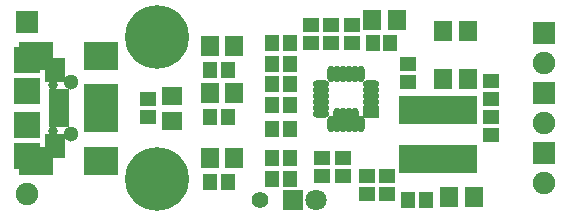
<source format=gts>
G04 #@! TF.GenerationSoftware,KiCad,Pcbnew,(5.0.0-rc2-dev-596-gcfd2f1d00)*
G04 #@! TF.CreationDate,2018-08-25T14:54:55+02:00*
G04 #@! TF.ProjectId,MP2637,4D50323633372E6B696361645F706362,rev?*
G04 #@! TF.SameCoordinates,Original*
G04 #@! TF.FileFunction,Soldermask,Top*
G04 #@! TF.FilePolarity,Negative*
%FSLAX45Y45*%
G04 Gerber Fmt 4.5, Leading zero omitted, Abs format (unit mm)*
G04 Created by KiCad (PCBNEW (5.0.0-rc2-dev-596-gcfd2f1d00)) date 08/25/18 14:54:55*
%MOMM*%
%LPD*%
G01*
G04 APERTURE LIST*
%ADD10C,1.300000*%
%ADD11R,2.900000X2.400000*%
%ADD12R,2.900000X0.900000*%
%ADD13C,0.800000*%
%ADD14R,1.800000X2.000000*%
%ADD15R,2.300000X2.300000*%
%ADD16R,1.750000X0.800000*%
%ADD17R,1.416000X1.289000*%
%ADD18C,1.900000*%
%ADD19R,1.800000X1.500000*%
%ADD20R,1.400000X1.300000*%
%ADD21R,1.300000X1.400000*%
%ADD22R,1.500000X1.800000*%
%ADD23O,0.650000X2.100000*%
%ADD24O,0.650000X1.400000*%
%ADD25O,1.400000X0.650000*%
%ADD26R,1.400000X0.650000*%
%ADD27C,5.400000*%
%ADD28R,6.700000X2.400000*%
%ADD29R,1.900000X1.900000*%
%ADD30R,1.800000X1.800000*%
%ADD31C,1.800000*%
%ADD32C,1.400000*%
G04 APERTURE END LIST*
D10*
X10525000Y-6095000D03*
D11*
X10225000Y-5430000D03*
X10225000Y-6320000D03*
X10775000Y-5430000D03*
X10775000Y-6320000D03*
D12*
X10775000Y-5715000D03*
X10775000Y-5795000D03*
X10775000Y-5875000D03*
X10775000Y-5955000D03*
X10775000Y-6035000D03*
D10*
X10525000Y-5655000D03*
D13*
X10365000Y-5680000D03*
D14*
X10385000Y-5555000D03*
X10385000Y-6195000D03*
D15*
X10150000Y-5470000D03*
X10150000Y-5730000D03*
X10150000Y-6020000D03*
X10150000Y-6280000D03*
D16*
X10419000Y-5745000D03*
X10419000Y-5810000D03*
X10419000Y-5875000D03*
X10419000Y-5940000D03*
X10419000Y-6005000D03*
D13*
X10365000Y-6070000D03*
D17*
X11175000Y-5951200D03*
X11175000Y-5798800D03*
D18*
X10150000Y-6600000D03*
D19*
X11375000Y-5980000D03*
X11375000Y-5770000D03*
D20*
X12650000Y-6300000D03*
X12650000Y-6450000D03*
D21*
X12375000Y-5850000D03*
X12225000Y-5850000D03*
X13525000Y-6650000D03*
X13375000Y-6650000D03*
D20*
X12550000Y-5325000D03*
X12550000Y-5175000D03*
X12825000Y-6300000D03*
X12825000Y-6450000D03*
D22*
X13720000Y-6625000D03*
X13930000Y-6625000D03*
D23*
X12875000Y-5975000D03*
X12925000Y-5975000D03*
D24*
X12975000Y-6010000D03*
D23*
X12825000Y-5975000D03*
X12775000Y-5975000D03*
D24*
X12725000Y-6010000D03*
D25*
X12640000Y-5775000D03*
X12640000Y-5825000D03*
X12640000Y-5875000D03*
X12640000Y-5925000D03*
X12640000Y-5725000D03*
X12640000Y-5675000D03*
D24*
X12725000Y-5590000D03*
X12775000Y-5590000D03*
X12825000Y-5590000D03*
D25*
X13060000Y-5675000D03*
X13060000Y-5725000D03*
D26*
X13060000Y-5925000D03*
D25*
X13060000Y-5875000D03*
X13060000Y-5825000D03*
X13060000Y-5775000D03*
D24*
X12975000Y-5590000D03*
X12925000Y-5590000D03*
X12875000Y-5590000D03*
D22*
X11695000Y-5350000D03*
X11905000Y-5350000D03*
X11695000Y-5750000D03*
X11905000Y-5750000D03*
X11695000Y-6300000D03*
X11905000Y-6300000D03*
D27*
X11250000Y-5275000D03*
X11250000Y-6475000D03*
D28*
X13625000Y-6307500D03*
X13625000Y-5892500D03*
D21*
X12225000Y-6300000D03*
X12375000Y-6300000D03*
X12222700Y-6048390D03*
X12372700Y-6048390D03*
X12225000Y-6475000D03*
X12375000Y-6475000D03*
D20*
X12725000Y-5175000D03*
X12725000Y-5325000D03*
X12900000Y-5325000D03*
X12900000Y-5175000D03*
D21*
X12225000Y-5500000D03*
X12375000Y-5500000D03*
X12375000Y-5325000D03*
X12225000Y-5325000D03*
X12375000Y-5675000D03*
X12225000Y-5675000D03*
D20*
X14075000Y-6100000D03*
X14075000Y-5950000D03*
X14076600Y-5793780D03*
X14076600Y-5643780D03*
D21*
X11850000Y-5550000D03*
X11700000Y-5550000D03*
X11850000Y-5950000D03*
X11700000Y-5950000D03*
X11850000Y-6500000D03*
X11700000Y-6500000D03*
D20*
X13200000Y-6450000D03*
X13200000Y-6600000D03*
X13025000Y-6450000D03*
X13025000Y-6600000D03*
D21*
X13075000Y-5325000D03*
X13225000Y-5325000D03*
D22*
X13880000Y-5625000D03*
X13670000Y-5625000D03*
D29*
X10150000Y-5150000D03*
D30*
X12400000Y-6650000D03*
D31*
X12600000Y-6650000D03*
D29*
X14525000Y-6258000D03*
D18*
X14525000Y-6512000D03*
D22*
X13070000Y-5125000D03*
X13280000Y-5125000D03*
D32*
X12125000Y-6650000D03*
D20*
X13375000Y-5650000D03*
X13375000Y-5500000D03*
D22*
X13880000Y-5225000D03*
X13670000Y-5225000D03*
D29*
X14525000Y-5238000D03*
D18*
X14525000Y-5492000D03*
D29*
X14525000Y-5748000D03*
D18*
X14525000Y-6002000D03*
M02*

</source>
